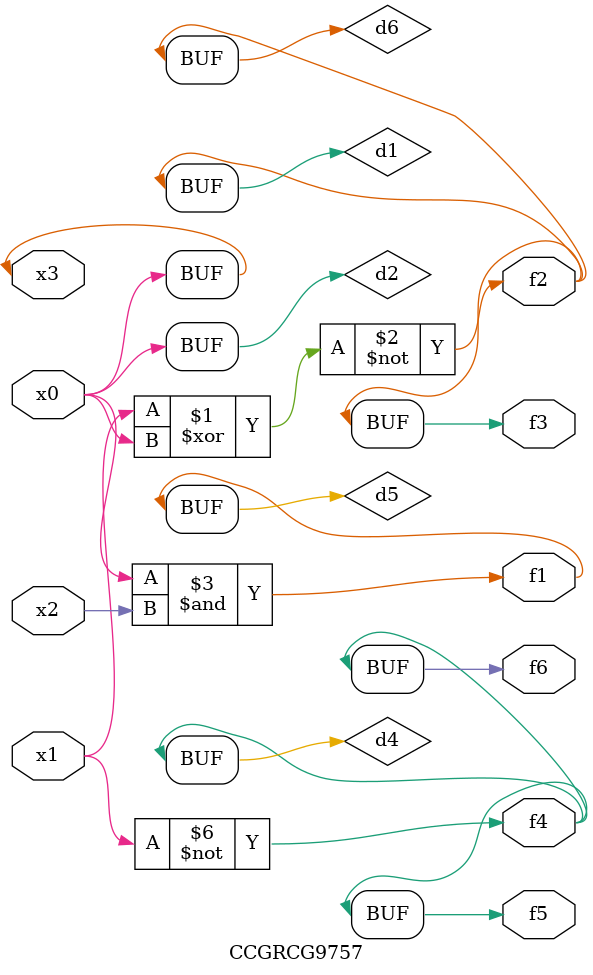
<source format=v>
module CCGRCG9757(
	input x0, x1, x2, x3,
	output f1, f2, f3, f4, f5, f6
);

	wire d1, d2, d3, d4, d5, d6;

	xnor (d1, x1, x3);
	buf (d2, x0, x3);
	nand (d3, x0, x2);
	not (d4, x1);
	nand (d5, d3);
	or (d6, d1);
	assign f1 = d5;
	assign f2 = d6;
	assign f3 = d6;
	assign f4 = d4;
	assign f5 = d4;
	assign f6 = d4;
endmodule

</source>
